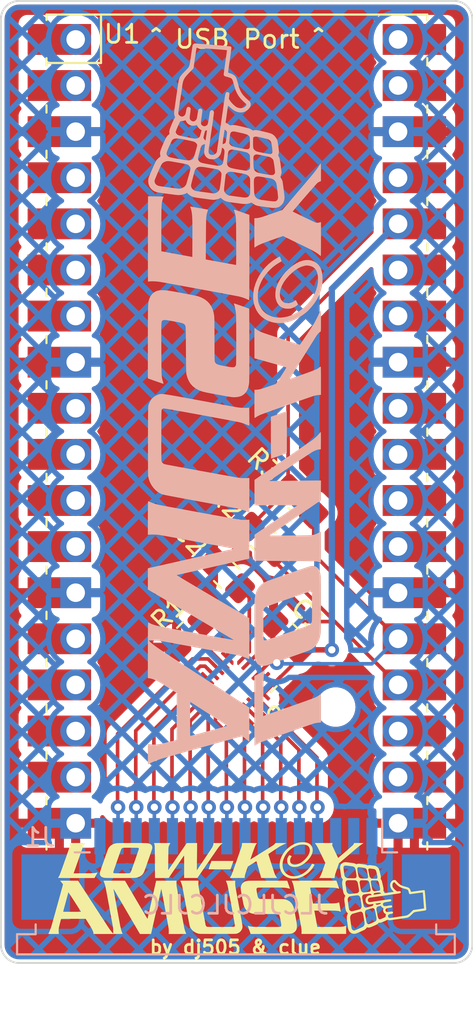
<source format=kicad_pcb>
(kicad_pcb (version 20221018) (generator pcbnew)
  (layers (0 "F.Cu" signal) (31 "B.Cu" signal) (34 "B.Paste" user) (35 "F.Paste" user) (36 "B.SilkS" user "B.Silkscreen") (37 "F.SilkS" user "F.Silkscreen") (38 "B.Mask" user) (39 "F.Mask" user) (44 "Edge.Cuts" user))
  (net 0 "")
  (net 1 "GND")
  (net 2 "+3V3")
  (net 3 "Net-(U2-VREG)")
  (net 6 "PAD11")
  (net 7 "PAD10")
  (net 8 "PAD9")
  (net 9 "PAD8")
  (net 10 "PAD7")
  (net 11 "PAD6")
  (net 12 "PAD5")
  (net 13 "PAD4")
  (net 14 "PAD3")
  (net 15 "PAD2")
  (net 16 "PAD1")
  (net 17 "PAD0")
  (net 18 "Net-(U2-REXT)")
  (net 45 "SDA")
  (net 46 "SCL")
  (footprint "Capacitor_SMD:C_0805_2012Metric_Pad1.18x1.45mm_HandSolder" (layer "F.Cu") (at 122.456377 69.624377 -45)
    (fp_text reference "C2" (at -2.841971 0 135) (layer "F.SilkS"))
    (fp_text value "100nF")
    (pad "1" smd roundrect (at -1.0375 0 315) (size 1.175 1.45) (layers "F.Cu" "F.Paste" "F.Mask") (roundrect_rratio 0.2127659574) (net 1 "GND"))
    (pad "2" smd roundrect (at 1.0375 0 315) (size 1.175 1.45) (layers "F.Cu" "F.Paste" "F.Mask") (roundrect_rratio 0.2127659574) (net 3 "Net-(U2-VREG)"))
  )
  (footprint "Resistor_SMD:R_0805_2012Metric_Pad1.20x1.40mm_HandSolder" (layer "F.Cu") (at 126.545965 65.579635 135)
    (fp_text reference "R3" (at 2.8448 0.0036 135) (layer "F.SilkS"))
    (fp_text value "4.2k")
    (pad "1" smd roundrect (at -1 0 135) (size 1.2 1.4) (layers "F.Cu" "F.Paste" "F.Mask") (roundrect_rratio 0.208333) (net 46 "SCL"))
    (pad "2" smd roundrect (at 1 0 135) (size 1.2 1.4) (layers "F.Cu" "F.Paste" "F.Mask") (roundrect_rratio 0.208333) (net 2 "+3V3"))
  )
  (footprint "Resistor_SMD:R_0805_2012Metric_Pad1.20x1.40mm_HandSolder" (layer "F.Cu") (at 124.46 67.6656 135)
    (fp_text reference "R2" (at 2.8448 0.0036 135) (layer "F.SilkS"))
    (fp_text value "4.2k")
    (pad "1" smd roundrect (at -1 0 135) (size 1.2 1.4) (layers "F.Cu" "F.Paste" "F.Mask") (roundrect_rratio 0.208333) (net 45 "SDA"))
    (pad "2" smd roundrect (at 1 0 135) (size 1.2 1.4) (layers "F.Cu" "F.Paste" "F.Mask") (roundrect_rratio 0.208333) (net 2 "+3V3"))
  )
  (footprint "Resistor_SMD:R_0805_2012Metric_Pad1.20x1.40mm_HandSolder" (layer "F.Cu") (at 120.396 72.898 45)
    (fp_text reference "R1" (at 0 -1.65 45) (layer "F.SilkS"))
    (fp_text value "75k")
    (pad "1" smd roundrect (at -1 0 45) (size 1.2 1.4) (layers "F.Cu" "F.Paste" "F.Mask") (roundrect_rratio 0.2083333333) (net 1 "GND"))
    (pad "2" smd roundrect (at 1 0 45) (size 1.2 1.4) (layers "F.Cu" "F.Paste" "F.Mask") (roundrect_rratio 0.2083333333) (net 18 "Net-(U2-REXT)"))
  )
  (footprint "low-key-amuse:logo_small" (layer "F.Cu") (at 123.0376 86.868)
    (fp_text reference "G***" hide)
    (fp_text value "LOGO" hide)
  )
  (footprint "Capacitor_SMD:C_0805_2012Metric_Pad1.18x1.45mm_HandSolder" (layer "F.Cu") (at 125.766377 73.016377 -45)
    (fp_text reference "C1" (at 0 -1.68 135) (layer "F.SilkS"))
    (fp_text value "100nF")
    (pad "1" smd roundrect (at -1.0375 0 315) (size 1.175 1.45) (layers "F.Cu" "F.Paste" "F.Mask") (roundrect_rratio 0.2127659574) (net 1 "GND"))
    (pad "2" smd roundrect (at 1.0375 0 315) (size 1.175 1.45) (layers "F.Cu" "F.Paste" "F.Mask") (roundrect_rratio 0.2127659574) (net 2 "+3V3"))
  )
  (footprint "MCU_RaspberryPi_and_Boards:RPi_Pico_SMD_TH" (layer "F.Cu") (at 123.0138 64.2526)
    (fp_text reference "U1" (at -6.3262 -24.4254) (layer "F.SilkS"))
    (fp_text value "Pico")
    (pad "1" thru_hole oval (at -8.89 -24.13) (size 1.7 1.7) (drill 1.02) (layers "*.Cu" "*.Mask"))
    (pad "1" smd rect (at -8.89 -24.13) (size 3.5 1.7) (drill (offset -0.9 0)) (layers "F.Cu" "F.Mask"))
    (pad "2" thru_hole oval (at -8.89 -21.59) (size 1.7 1.7) (drill 1.02) (layers "*.Cu" "*.Mask"))
    (pad "2" smd rect (at -8.89 -21.59) (size 3.5 1.7) (drill (offset -0.9 0)) (layers "F.Cu" "F.Mask"))
    (pad "3" thru_hole rect (at -8.89 -19.05) (size 1.7 1.7) (drill 1.02) (layers "*.Cu" "*.Mask") (net 1 "GND"))
    (pad "3" smd rect (at -8.89 -19.05) (size 3.5 1.7) (drill (offset -0.9 0)) (layers "F.Cu" "F.Mask") (net 1 "GND"))
    (pad "4" thru_hole oval (at -8.89 -16.51) (size 1.7 1.7) (drill 1.02) (layers "*.Cu" "*.Mask"))
    (pad "4" smd rect (at -8.89 -16.51) (size 3.5 1.7) (drill (offset -0.9 0)) (layers "F.Cu" "F.Mask"))
    (pad "5" thru_hole oval (at -8.89 -13.97) (size 1.7 1.7) (drill 1.02) (layers "*.Cu" "*.Mask"))
    (pad "5" smd rect (at -8.89 -13.97) (size 3.5 1.7) (drill (offset -0.9 0)) (layers "F.Cu" "F.Mask"))
    (pad "6" thru_hole oval (at -8.89 -11.43) (size 1.7 1.7) (drill 1.02) (layers "*.Cu" "*.Mask"))
    (pad "6" smd rect (at -8.89 -11.43) (size 3.5 1.7) (drill (offset -0.9 0)) (layers "F.Cu" "F.Mask"))
    (pad "7" thru_hole oval (at -8.89 -8.89) (size 1.7 1.7) (drill 1.02) (layers "*.Cu" "*.Mask"))
    (pad "7" smd rect (at -8.89 -8.89) (size 3.5 1.7) (drill (offset -0.9 0)) (layers "F.Cu" "F.Mask"))
    (pad "8" thru_hole rect (at -8.89 -6.35) (size 1.7 1.7) (drill 1.02) (layers "*.Cu" "*.Mask") (net 1 "GND"))
    (pad "8" smd rect (at -8.89 -6.35) (size 3.5 1.7) (drill (offset -0.9 0)) (layers "F.Cu" "F.Mask") (net 1 "GND"))
    (pad "9" thru_hole oval (at -8.89 -3.81) (size 1.7 1.7) (drill 1.02) (layers "*.Cu" "*.Mask"))
    (pad "9" smd rect (at -8.89 -3.81) (size 3.5 1.7) (drill (offset -0.9 0)) (layers "F.Cu" "F.Mask"))
    (pad "10" thru_hole oval (at -8.89 -1.27) (size 1.7 1.7) (drill 1.02) (layers "*.Cu" "*.Mask"))
    (pad "10" smd rect (at -8.89 -1.27) (size 3.5 1.7) (drill (offset -0.9 0)) (layers "F.Cu" "F.Mask"))
    (pad "11" thru_hole oval (at -8.89 1.27) (size 1.7 1.7) (drill 1.02) (layers "*.Cu" "*.Mask"))
    (pad "11" smd rect (at -8.89 1.27) (size 3.5 1.7) (drill (offset -0.9 0)) (layers "F.Cu" "F.Mask"))
    (pad "12" thru_hole oval (at -8.89 3.81) (size 1.7 1.7) (drill 1.02) (layers "*.Cu" "*.Mask"))
    (pad "12" smd rect (at -8.89 3.81) (size 3.5 1.7) (drill (offset -0.9 0)) (layers "F.Cu" "F.Mask"))
    (pad "13" thru_hole rect (at -8.89 6.35) (size 1.7 1.7) (drill 1.02) (layers "*.Cu" "*.Mask") (net 1 "GND"))
    (pad "13" smd rect (at -8.89 6.35) (size 3.5 1.7) (drill (offset -0.9 0)) (layers "F.Cu" "F.Mask") (net 1 "GND"))
    (pad "14" thru_hole oval (at -8.89 8.89) (size 1.7 1.7) (drill 1.02) (layers "*.Cu" "*.Mask"))
    (pad "14" smd rect (at -8.89 8.89) (size 3.5 1.7) (drill (offset -0.9 0)) (layers "F.Cu" "F.Mask"))
    (pad "15" thru_hole oval (at -8.89 11.43) (size 1.7 1.7) (drill 1.02) (layers "*.Cu" "*.Mask"))
    (pad "15" smd rect (at -8.89 11.43) (size 3.5 1.7) (drill (offset -0.9 0)) (layers "F.Cu" "F.Mask"))
    (pad "16" thru_hole oval (at -8.89 13.97) (size 1.7 1.7) (drill 1.02) (layers "*.Cu" "*.Mask"))
    (pad "16" smd rect (at -8.89 13.97) (size 3.5 1.7) (drill (offset -0.9 0)) (layers "F.Cu" "F.Mask"))
    (pad "17" thru_hole oval (at -8.89 16.51) (size 1.7 1.7) (drill 1.02) (layers "*.Cu" "*.Mask"))
    (pad "17" smd rect (at -8.89 16.51) (size 3.5 1.7) (drill (offset -0.9 0)) (layers "F.Cu" "F.Mask"))
    (pad "18" thru_hole rect (at -8.89 19.05) (size 1.7 1.7) (drill 1.02) (layers "*.Cu" "*.Mask") (net 1 "GND"))
    (pad "18" smd rect (at -8.89 19.05) (size 3.5 1.7) (drill (offset -0.9 0)) (layers "F.Cu" "F.Mask") (net 1 "GND"))
    (pad "23" thru_hole rect (at 8.89 19.05) (size 1.7 1.7) (drill 1.02) (layers "*.Cu" "*.Mask") (net 1 "GND"))
    (pad "23" smd rect (at 8.89 19.05) (size 3.5 1.7) (drill (offset 0.9 0)) (layers "F.Cu" "F.Mask") (net 1 "GND"))
    (pad "24" thru_hole oval (at 8.89 16.51) (size 1.7 1.7) (drill 1.02) (layers "*.Cu" "*.Mask"))
    (pad "24" smd rect (at 8.89 16.51) (size 3.5 1.7) (drill (offset 0.9 0)) (layers "F.Cu" "F.Mask"))
    (pad "25" thru_hole oval (at 8.89 13.97) (size 1.7 1.7) (drill 1.02) (layers "*.Cu" "*.Mask"))
    (pad "25" smd rect (at 8.89 13.97) (size 3.5 1.7) (drill (offset 0.9 0)) (layers "F.Cu" "F.Mask"))
    (pad "26" thru_hole oval (at 8.89 11.43) (size 1.7 1.7) (drill 1.02) (layers "*.Cu" "*.Mask") (net 45 "SDA"))
    (pad "26" smd rect (at 8.89 11.43) (size 3.5 1.7) (drill (offset 0.9 0)) (layers "F.Cu" "F.Mask") (net 45 "SDA"))
    (pad "27" thru_hole oval (at 8.89 8.89) (size 1.7 1.7) (drill 1.02) (layers "*.Cu" "*.Mask") (net 46 "SCL"))
    (pad "27" smd rect (at 8.89 8.89) (size 3.5 1.7) (drill (offset 0.9 0)) (layers "F.Cu" "F.Mask") (net 46 "SCL"))
    (pad "28" thru_hole rect (at 8.89 6.35) (size 1.7 1.7) (drill 1.02) (layers "*.Cu" "*.Mask") (net 1 "GND"))
    (pad "28" smd rect (at 8.89 6.35) (size 3.5 1.7) (drill (offset 0.9 0)) (layers "F.Cu" "F.Mask") (net 1 "GND"))
    (pad "29" thru_hole oval (at 8.89 3.81) (size 1.7 1.7) (drill 1.02) (layers "*.Cu" "*.Mask"))
    (pad "29" smd rect (at 8.89 3.81) (size 3.5 1.7) (drill (offset 0.9 0)) (layers "F.Cu" "F.Mask"))
    (pad "30" thru_hole oval (at 8.89 1.27) (size 1.7 1.7) (drill 1.02) (layers "*.Cu" "*.Mask"))
    (pad "30" smd rect (at 8.89 1.27) (size 3.5 1.7) (drill (offset 0.9 0)) (layers "F.Cu" "F.Mask"))
    (pad "31" thru_hole oval (at 8.89 -1.27) (size 1.7 1.7) (drill 1.02) (layers "*.Cu" "*.Mask"))
    (pad "31" smd rect (at 8.89 -1.27) (size 3.5 1.7) (drill (offset 0.9 0)) (layers "F.Cu" "F.Mask"))
    (pad "32" thru_hole oval (at 8.89 -3.81) (size 1.7 1.7) (drill 1.02) (layers "*.Cu" "*.Mask"))
    (pad "32" smd rect (at 8.89 -3.81) (size 3.5 1.7) (drill (offset 0.9 0)) (layers "F.Cu" "F.Mask"))
    (pad "33" thru_hole rect (at 8.89 -6.35) (size 1.7 1.7) (drill 1.02) (layers "*.Cu" "*.Mask") (net 1 "GND"))
    (pad "33" smd rect (at 8.89 -6.35) (size 3.5 1.7) (drill (offset 0.9 0)) (layers "F.Cu" "F.Mask") (net 1 "GND"))
    (pad "34" thru_hole oval (at 8.89 -8.89) (size 1.7 1.7) (drill 1.02) (layers "*.Cu" "*.Mask"))
    (pad "34" smd rect (at 8.89 -8.89) (size 3.5 1.7) (drill (offset 0.9 0)) (layers "F.Cu" "F.Mask"))
    (pad "35" thru_hole oval (at 8.89 -11.43) (size 1.7 1.7) (drill 1.02) (layers "*.Cu" "*.Mask"))
    (pad "35" smd rect (at 8.89 -11.43) (size 3.5 1.7) (drill (offset 0.9 0)) (layers "F.Cu" "F.Mask"))
    (pad "36" thru_hole oval (at 8.89 -13.97) (size 1.7 1.7) (drill 1.02) (layers "*.Cu" "*.Mask") (net 2 "+3V3"))
    (pad "36" smd rect (at 8.89 -13.97) (size 3.5 1.7) (drill (offset 0.9 0)) (layers "F.Cu" "F.Mask") (net 2 "+3V3"))
    (pad "37" thru_hole oval (at 8.89 -16.51) (size 1.7 1.7) (drill 1.02) (layers "*.Cu" "*.Mask"))
    (pad "37" smd rect (at 8.89 -16.51) (size 3.5 1.7) (drill (offset 0.9 0)) (layers "F.Cu" "F.Mask"))
    (pad "38" thru_hole rect (at 8.89 -19.05) (size 1.7 1.7) (drill 1.02) (layers "*.Cu" "*.Mask") (net 1 "GND"))
    (pad "38" smd rect (at 8.89 -19.05) (size 3.5 1.7) (drill (offset 0.9 0)) (layers "F.Cu" "F.Mask") (net 1 "GND"))
    (pad "39" thru_hole oval (at 8.89 -21.59) (size 1.7 1.7) (drill 1.02) (layers "*.Cu" "*.Mask"))
    (pad "39" smd rect (at 8.89 -21.59) (size 3.5 1.7) (drill (offset 0.9 0)) (layers "F.Cu" "F.Mask"))
    (pad "40" thru_hole oval (at 8.89 -24.13) (size 1.7 1.7) (drill 1.02) (layers "*.Cu" "*.Mask"))
    (pad "40" smd rect (at 8.89 -24.13) (size 3.5 1.7) (drill (offset 0.9 0)) (layers "F.Cu" "F.Mask"))
  )
  (footprint "Package_DFN_QFN:UQFN-20_3x3mm_P0.4mm" (layer "F.Cu") (at 122.929953 75.755732 -135)
    (fp_text reference "U2" (at 0 -2.8 45) (layer "F.SilkS"))
    (fp_text value "MPR121QR2")
    (pad "1" smd custom (at -1.3875 -0.8 225) (size 0.115147 0.115147) (layers "F.Cu" "F.Paste" "F.Mask") (options (clearance outline) (anchor circle)) (primitives (gr_poly (pts (xy 0.4225 0.036569) (xy 0.4225 0.06) (xy -0.4225 0.06) (xy -0.4225 -0.06) (xy 0.325931 -0.06)) (width 0.08) (fill yes))))
    (pad "2" smd roundrect (at -1.3875 -0.4 225) (size 0.925 0.2) (layers "F.Cu" "F.Paste" "F.Mask") (net 46 "SCL"))
    (pad "3" smd roundrect (at -1.3875 0 225) (size 0.925 0.2) (layers "F.Cu" "F.Paste" "F.Mask") (net 45 "SDA"))
    (pad "4" smd roundrect (at -1.3875 0.4 225) (size 0.925 0.2) (layers "F.Cu" "F.Paste" "F.Mask") (net 1 "GND"))
    (pad "5" smd custom (at -1.3875 0.8 225) (size 0.115147 0.115147) (layers "F.Cu" "F.Paste" "F.Mask") (net 3 "Net-(U2-VREG)") (options (clearance outline) (anchor circle)) (primitives (gr_poly (pts (xy 0.4225 -0.036569) (xy 0.325931 0.06) (xy -0.4225 0.06) (xy -0.4225 -0.06) (xy 0.4225 -0.06)) (width 0.08) (fill yes))))
    (pad "6" smd custom (at -0.8 1.3875 225) (size 0.115147 0.115147) (layers "F.Cu" "F.Paste" "F.Mask") (net 1 "GND") (options (clearance outline) (anchor circle)) (primitives (gr_poly (pts (xy 0.06 0.4225) (xy -0.06 0.4225) (xy -0.06 -0.325931) (xy 0.036569 -0.4225) (xy 0.06 -0.4225)) (width 0.08) (fill yes))))
    (pad "7" smd roundrect (at -0.4 1.3875 225) (size 0.2 0.925) (layers "F.Cu" "F.Paste" "F.Mask") (net 18 "Net-(U2-REXT)"))
    (pad "8" smd roundrect (at 0 1.3875 225) (size 0.2 0.925) (layers "F.Cu" "F.Paste" "F.Mask") (net 17 "PAD0"))
    (pad "9" smd roundrect (at 0.4 1.3875 225) (size 0.2 0.925) (layers "F.Cu" "F.Paste" "F.Mask") (net 16 "PAD1"))
    (pad "10" smd custom (at 0.8 1.3875 225) (size 0.115147 0.115147) (layers "F.Cu" "F.Paste" "F.Mask") (net 15 "PAD2") (options (clearance outline) (anchor circle)) (primitives (gr_poly (pts (xy 0.06 -0.325931) (xy 0.06 0.4225) (xy -0.06 0.4225) (xy -0.06 -0.4225) (xy -0.036569 -0.4225)) (width 0.08) (fill yes))))
    (pad "11" smd custom (at 1.3875 0.8 225) (size 0.115147 0.115147) (layers "F.Cu" "F.Paste" "F.Mask") (net 14 "PAD3") (options (clearance outline) (anchor circle)) (primitives (gr_poly (pts (xy 0.4225 0.06) (xy -0.325931 0.06) (xy -0.4225 -0.036569) (xy -0.4225 -0.06) (xy 0.4225 -0.06)) (width 0.08) (fill yes))))
    (pad "12" smd roundrect (at 1.3875 0.4 225) (size 0.925 0.2) (layers "F.Cu" "F.Paste" "F.Mask") (net 13 "PAD4"))
    (pad "13" smd roundrect (at 1.3875 0 225) (size 0.925 0.2) (layers "F.Cu" "F.Paste" "F.Mask") (net 12 "PAD5"))
    (pad "14" smd roundrect (at 1.3875 -0.4 225) (size 0.925 0.2) (layers "F.Cu" "F.Paste" "F.Mask") (net 11 "PAD6"))
    (pad "15" smd custom (at 1.3875 -0.8 225) (size 0.115147 0.115147) (layers "F.Cu" "F.Paste" "F.Mask") (net 10 "PAD7") (options (clearance outline) (anchor circle)) (primitives (gr_poly (pts (xy 0.4225 0.06) (xy -0.4225 0.06) (xy -0.4225 0.036569) (xy -0.325931 -0.06) (xy 0.4225 -0.06)) (width 0.08) (fill yes))))
    (pad "16" smd custom (at 0.8 -1.3875 225) (size 0.115147 0.115147) (layers "F.Cu" "F.Paste" "F.Mask") (net 9 "PAD8") (options (clearance outline) (anchor circle)) (primitives (gr_poly (pts (xy 0.06 0.325931) (xy -0.036569 0.4225) (xy -0.06 0.4225) (xy -0.06 -0.4225) (xy 0.06 -0.4225)) (width 0.08) (fill yes))))
    (pad "17" smd roundrect (at 0.4 -1.3875 225) (size 0.2 0.925) (layers "F.Cu" "F.Paste" "F.Mask") (net 8 "PAD9"))
    (pad "18" smd roundrect (at 0 -1.3875 225) (size 0.2 0.925) (layers "F.Cu" "F.Paste" "F.Mask") (net 7 "PAD10"))
    (pad "19" smd roundrect (at -0.4 -1.3875 225) (size 0.2 0.925) (layers "F.Cu" "F.Paste" "F.Mask") (net 6 "PAD11"))
    (pad "20" smd custom (at -0.8 -1.3875 225) (size 0.115147 0.115147) (layers "F.Cu" "F.Paste" "F.Mask") (net 2 "+3V3") (options (clearance outline) (anchor circle)) (primitives (gr_poly (pts (xy 0.06 0.4225) (xy 0.036569 0.4225) (xy -0.06 0.325931) (xy -0.06 -0.4225) (xy 0.06 -0.4225)) (width 0.08) (fill yes))))
  )
  (footprint "Connector_FFC-FPC:TE_1-84952-6_1x16-1MP_P1.0mm_Horizontal" (layer "B.Cu") (at 122.9614 85.8172 180)
    (fp_text reference "J1" (at 10.8204 1.7432) (layer "B.SilkS") (effects (justify mirror)))
    (fp_text value "Conn_01x16")
    (pad "1" smd rect (at -7.5 1.8 180) (size 0.61 2) (layers "B.Cu" "B.Paste" "B.Mask") (net 1 "GND"))
    (pad "2" smd rect (at -6.5 1.8 180) (size 0.61 2) (layers "B.Cu" "B.Paste" "B.Mask"))
    (pad "3" smd rect (at -5.5 1.8 180) (size 0.61 2) (layers "B.Cu" "B.Paste" "B.Mask"))
    (pad "4" smd rect (at -4.5 1.8 180) (size 0.61 2) (layers "B.Cu" "B.Paste" "B.Mask") (net 6 "PAD11"))
    (pad "5" smd rect (at -3.5 1.8 180) (size 0.61 2) (layers "B.Cu" "B.Paste" "B.Mask") (net 7 "PAD10"))
    (pad "6" smd rect (at -2.5 1.8 180) (size 0.61 2) (layers "B.Cu" "B.Paste" "B.Mask") (net 8 "PAD9"))
    (pad "7" smd rect (at -1.5 1.8 180) (size 0.61 2) (layers "B.Cu" "B.Paste" "B.Mask") (net 9 "PAD8"))
    (pad "8" smd rect (at -0.5 1.8 180) (size 0.61 2) (layers "B.Cu" "B.Paste" "B.Mask") (net 10 "PAD7"))
    (pad "9" smd rect (at 0.5 1.8 180) (size 0.61 2) (layers "B.Cu" "B.Paste" "B.Mask") (net 11 "PAD6"))
    (pad "10" smd rect (at 1.5 1.8 180) (size 0.61 2) (layers "B.Cu" "B.Paste" "B.Mask") (net 12 "PAD5"))
    (pad "11" smd rect (at 2.5 1.8 180) (size 0.61 2) (layers "B.Cu" "B.Paste" "B.Mask") (net 13 "PAD4"))
    (pad "12" smd rect (at 3.5 1.8 180) (size 0.61 2) (layers "B.Cu" "B.Paste" "B.Mask") (net 14 "PAD3"))
    (pad "13" smd rect (at 4.5 1.8 180) (size 0.61 2) (layers "B.Cu" "B.Paste" "B.Mask") (net 15 "PAD2"))
    (pad "14" smd rect (at 5.5 1.8 180) (size 0.61 2) (layers "B.Cu" "B.Paste" "B.Mask") (net 16 "PAD1"))
    (pad "15" smd rect (at 6.5 1.8 180) (size 0.61 2) (layers "B.Cu" "B.Paste" "B.Mask") (net 17 "PAD0"))
    (pad "16" smd rect (at 7.5 1.8 180) (size 0.61 2) (layers "B.Cu" "B.Paste" "B.Mask") (net 1 "GND"))
    (pad "MP" smd rect (at -10.49 -1 180) (size 2.68 3.6) (layers "B.Cu" "B.Paste" "B.Mask"))
    (pad "MP" smd rect (at 10.49 -1 180) (size 2.68 3.6) (layers "B.Cu" "B.Paste" "B.Mask"))
  )
  (footprint "low-key-amuse:logo_medium" (layer "B.Cu") (at 122.936 60.198 90)
    (fp_text reference "G***" hide)
    (fp_text value "LOGO" hide)
  )
  (gr_line (start 136 90) (end 136 39) (stroke (width 0.1)) (layer "Edge.Cuts"))
  (gr_arc (start 136 90) (mid 135.707107 90.707107) (end 135 91) (stroke (width 0.1)) (layer "Edge.Cuts"))
  (gr_line (start 110 39) (end 110 90) (stroke (width 0.1)) (layer "Edge.Cuts"))
  (gr_line (start 111 91) (end 135 91) (stroke (width 0.1)) (layer "Edge.Cuts"))
  (gr_arc (start 135 38) (mid 135.707107 38.292893) (end 136 39) (stroke (width 0.1)) (layer "Edge.Cuts"))
  (gr_arc (start 111 91) (mid 110.292893 90.707107) (end 110 90) (stroke (width 0.1)) (layer "Edge.Cuts"))
  (gr_arc (start 110 39) (mid 110.292893 38.292893) (end 111 38) (stroke (width 0.1)) (layer "Edge.Cuts"))
  (gr_line (start 135 38) (end 111 38) (stroke (width 0.1)) (layer "Edge.Cuts"))
  (gr_text "JLCJLCJLCJLC" (at 122.936 88.392) (layer "B.SilkS") (effects (font (size 1 1)) (justify bottom mirror)))
  (gr_text "^ USB Port ^" (at 123.0376 40.6908) (layer "F.SilkS") (effects (font (size 1 1)) (justify bottom)))
  (gr_text "by dj505 & clue" (at 122.936 90.5764) (layer "F.SilkS") (effects (font (size 0.75 0.75)) (justify bottom)))
  (segment (start 121.722754 70.972754) (end 121.722754 68.890754) (width 0.2) (layer "F.Cu") (net 1))
  (segment (start 122.514528 74.208936) (end 122.514528 71.764528) (width 0.2) (layer "F.Cu") (net 1))
  (segment (start 125.032754 73.087246) (end 125.032754 72.282754) (width 0.2) (layer "F.Cu") (net 1))
  (segment (start 122.514528 71.764528) (end 121.722754 70.972754) (width 0.2) (layer "F.Cu") (net 1))
  (segment (start 123.628221 74.491779) (end 125.032754 73.087246) (width 0.2) (layer "F.Cu") (net 1))
  (segment (start 124.476749 76.171157) (end 125.428703 75.219203) (width 0.2) (layer "F.Cu") (net 2))
  (segment (start 125.838858 56.347542) (end 131.9038 50.2826) (width 0.2) (layer "F.Cu") (net 2))
  (segment (start 123.752893 66.958493) (end 125.838858 64.872528) (width 0.2) (layer "F.Cu") (net 2))
  (segment (start 126.5 73.75) (end 128.25 73.75) (width 0.3) (layer "F.Cu") (net 2))
  (segment (start 126.5 74.164878) (end 126.5 73.75) (width 0.2) (layer "F.Cu") (net 2))
  (segment (start 125.838858 64.872528) (end 125.838858 56.347542) (width 0.2) (layer "F.Cu") (net 2))
  (segment (start 125.445675 75.219203) (end 126.5 74.164878) (width 0.2) (layer "F.Cu") (net 2))
  (segment (start 125.428703 75.219203) (end 125.445675 75.219203) (width 0.2) (layer "F.Cu") (net 2))
  (via (at 128.25 73.75) (size 0.8) (drill 0.4) (layers "F.Cu" "B.Cu") (net 2))
  (segment (start 128.25 53.868) (end 131.8354 50.2826) (width 0.35) (layer "B.Cu") (net 2))
  (segment (start 131.8354 50.2826) (end 131.9038 50.2826) (width 0.35) (layer "B.Cu") (net 2))
  (segment (start 128.25 73.75) (end 128.25 53.868) (width 0.35) (layer "B.Cu") (net 2))
  (segment (start 123.698 70.866) (end 123.698 73.856315) (width 0.2) (layer "F.Cu") (net 3))
  (segment (start 123.19 70.358) (end 123.698 70.866) (width 0.2) (layer "F.Cu") (net 3))
  (segment (start 123.698 73.856315) (end 123.345378 74.208936) (width 0.2) (layer "F.Cu") (net 3))
  (segment (start 127.4318 82.423) (end 127.4318 79.691894) (width 0.2) (layer "F.Cu") (net 6))
  (segment (start 127.4318 79.691894) (end 124.193906 76.454) (width 0.2) (layer "F.Cu") (net 6))
  (via (at 127.4582 82.42) (size 0.8) (drill 0.4) (layers "F.Cu" "B.Cu") (net 6))
  (segment (start 127.4582 82.42) (end 127.4582 84.003) (width 0.2) (layer "B.Cu") (net 6))
  (segment (start 126.432297 79.258076) (end 123.911064 76.736843) (width 0.2) (layer "F.Cu") (net 7))
  (segment (start 126.432297 82.423) (end 126.432297 79.258076) (width 0.2) (layer "F.Cu") (net 7))
  (via (at 126.458697 82.42) (size 0.8) (drill 0.4) (layers "F.Cu" "B.Cu") (net 7))
  (segment (start 126.458697 84.002503) (end 126.458697 82.42) (width 0.2) (layer "B.Cu") (net 7))
  (segment (start 125.432794 78.824258) (end 123.628221 77.019685) (width 0.2) (layer "F.Cu") (net 8))
  (segment (start 125.432794 82.423) (end 125.432794 78.824258) (width 0.2) (layer "F.Cu") (net 8))
  (via (at 125.459194 82.42) (size 0.8) (drill 0.4) (layers "F.Cu" "B.Cu") (net 8))
  (segment (start 125.459194 84.002006) (end 125.459194 82.42) (width 0.2) (layer "B.Cu") (net 8))
  (segment (start 124.433291 78.390441) (end 123.345378 77.302528) (width 0.2) (layer "F.Cu") (net 9))
  (segment (start 124.433291 82.423) (end 124.433291 78.390441) (width 0.2) (layer "F.Cu") (net 9))
  (via (at 124.459691 82.42) (size 0.8) (drill 0.4) (layers "F.Cu" "B.Cu") (net 9))
  (segment (start 124.459691 84.001509) (end 124.459691 82.42) (width 0.2) (layer "B.Cu") (net 9))
  (segment (start 123.433788 78.221788) (end 122.514528 77.302528) (width 0.2) (layer "F.Cu") (net 10))
  (segment (start 123.433788 82.423) (end 123.433788 78.221788) (width 0.2) (layer "F.Cu") (net 10))
  (via (at 123.460188 82.42) (size 0.8) (drill 0.4) (layers "F.Cu" "B.Cu") (net 10))
  (segment (start 123.460188 84.001012) (end 123.460188 82.42) (width 0.2) (layer "B.Cu") (net 10))
  (segment (start 121.833349 77.418022) (end 122.231685 77.019685) (width 0.2) (layer "F.Cu") (net 11))
  (segment (start 121.833349 77.699686) (end 121.833349 77.418022) (width 0.2) (layer "F.Cu") (net 11))
  (segment (start 122.434285 78.300623) (end 121.833349 77.699686) (width 0.2) (layer "F.Cu") (net 11))
  (segment (start 122.434285 82.423) (end 122.434285 78.300623) (width 0.2) (layer "F.Cu") (net 11))
  (via (at 122.460685 82.42) (size 0.8) (drill 0.4) (layers "F.Cu" "B.Cu") (net 11))
  (segment (start 122.460685 84.000515) (end 122.460685 82.42) (width 0.2) (layer "B.Cu") (net 11))
  (segment (start 121.433349 77.252336) (end 121.948842 76.736843) (width 0.2) (layer "F.Cu") (net 12))
  (segment (start 121.434783 82.424258) (end 121.433349 82.422824) (width 0.2) (layer "F.Cu") (net 12))
  (segment (start 121.433349 82.422824) (end 121.433349 77.252336) (width 0.2) (layer "F.Cu") (net 12))
  (via (at 121.461183 82.421258) (size 0.8) (drill 0.4) (layers "F.Cu" "B.Cu") (net 12))
  (segment (start 121.461183 84.000017) (end 121.461183 82.421258) (width 0.2) (layer "B.Cu") (net 12))
  (segment (start 120.435281 77.684719) (end 121.666 76.454) (width 0.2) (layer "F.Cu") (net 13))
  (segment (start 120.435281 82.422952) (end 120.435281 77.684719) (width 0.2) (layer "F.Cu") (net 13))
  (via (at 120.461681 82.419952) (size 0.8) (drill 0.4) (layers "F.Cu" "B.Cu") (net 13))
  (segment (start 120.461681 83.999519) (end 120.461681 82.419952) (width 0.2) (layer "B.Cu") (net 13))
  (segment (start 119.435779 82.423001) (end 119.435779 78.118535) (width 0.2) (layer "F.Cu") (net 14))
  (segment (start 119.435779 78.118535) (end 121.383157 76.171157) (width 0.2) (layer "F.Cu") (net 14))
  (via (at 119.462179 82.420001) (size 0.8) (drill 0.4) (layers "F.Cu" "B.Cu") (net 14))
  (segment (start 119.462179 83.999021) (end 119.462179 82.420001) (width 0.2) (layer "B.Cu") (net 14))
  (segment (start 118.436277 82.423) (end 118.436277 78.159723) (width 0.2) (layer "F.Cu") (net 15))
  (segment (start 118.436277 78.159723) (end 121.255693 75.340307) (width 0.2) (layer "F.Cu") (net 15))
  (segment (start 121.255693 75.340307) (end 121.383157 75.340307) (width 0.2) (layer "F.Cu") (net 15))
  (via (at 118.462677 82.42) (size 0.8) (drill 0.4) (layers "F.Cu" "B.Cu") (net 15))
  (segment (start 118.462677 83.998523) (end 118.462677 82.42) (width 0.2) (layer "B.Cu") (net 15))
  (segment (start 117.436774 82.423) (end 117.436774 78.208353) (width 0.2) (layer "F.Cu") (net 16))
  (segment (start 117.436774 78.208353) (end 120.994527 74.6506) (width 0.2) (layer "F.Cu") (net 16))
  (segment (start 121.259136 74.6506) (end 121.666 75.057464) (width 0.2) (layer "F.Cu") (net 16))
  (segment (start 120.994527 74.6506) (end 121.259136 74.6506) (width 0.2) (layer "F.Cu") (net 16))
  (via (at 117.463174 82.42) (size 0.8) (drill 0.4) (layers "F.Cu" "B.Cu") (net 16))
  (segment (start 117.463174 83.998026) (end 117.463174 82.42) (width 0.2) (layer "B.Cu") (net 16))
  (segment (start 121.424821 74.2506) (end 121.948842 74.774621) (width 0.2) (layer "F.Cu") (net 17))
  (segment (start 120.5674 74.2506) (end 121.424821 74.2506) (width 0.2) (layer "F.Cu") (net 17))
  (segment (start 116.4336 82.423) (end 116.4336 78.3844) (width 0.2) (layer "F.Cu") (net 17))
  (segment (start 116.4336 78.3844) (end 120.5674 74.2506) (width 0.2) (layer "F.Cu") (net 17))
  (via (at 116.46 82.42) (size 0.8) (drill 0.4) (layers "F.Cu" "B.Cu") (net 17))
  (segment (start 116.46 84.0012) (end 116.46 82.42) (width 0.2) (layer "B.Cu") (net 17))
  (segment (start 121.103107 72.190893) (end 121.103107 73.363201) (width 0.2) (layer "F.Cu") (net 18))
  (segment (start 121.103107 73.363201) (end 122.231685 74.491779) (width 0.2) (layer "F.Cu") (net 18))
  (segment (start 123.911064 74.774621) (end 126.491685 72.194) (width 0.2) (layer "F.Cu") (net 45))
  (segment (start 125.167107 68.372707) (end 125.167107 68.945907) (width 0.2) (layer "F.Cu") (net 45))
  (segment (start 125.167107 68.945907) (end 128.4152 72.194) (width 0.2) (layer "F.Cu") (net 45))
  (segment (start 128.4152 72.194) (end 131.9038 75.6826) (width 0.2) (layer "F.Cu") (net 45))
  (segment (start 126.491685 72.194) (end 128.4152 72.194) (width 0.2) (layer "F.Cu") (net 45))
  (segment (start 125.212817 74.462817) (end 124.788553 74.462817) (width 0.2) (layer "F.Cu") (net 46))
  (segment (start 127.253072 66.286742) (end 127.253072 68.491872) (width 0.2) (layer "F.Cu") (net 46))
  (segment (start 127.253072 68.491872) (end 131.9038 73.1426) (width 0.2) (layer "F.Cu") (net 46))
  (segment (start 124.788553 74.462817) (end 124.193906 75.057464) (width 0.2) (layer "F.Cu") (net 46))
  (via (at 125.212817 74.462817) (size 0.8) (drill 0.4) (layers "F.Cu" "B.Cu") (net 46))
  (segment (start 125.269203 74.519203) (end 130.458797 74.519203) (width 0.2) (layer "B.Cu") (net 46))
  (segment (start 130.458797 74.519203) (end 131.826 73.152) (width 0.2) (layer "B.Cu") (net 46))
  (segment (start 125.212817 74.462817) (end 125.269203 74.519203) (width 0.2) (layer "B.Cu") (net 46))
  (zone (net 1) (net_name "GND") (layer "F.Cu") (connect_pads (clearance 0.5)) (min_thickness 0.25) (fill yes (thermal_gap 0.5) (thermal_bridge_width 0.5))
    (polygon (pts (xy 110 38) (xy 136 38) (xy 136 91) (xy 110 91)))
  )
  (zone (net 0) (net_name "") (layers "F&B.Cu" "Dwgs.User") (connect_pads (clearance 0)) (min_thickness 0.25)
    (keepout (tracks not_allowed) (vias not_allowed) (pads not_allowed) (copperpour not_allowed) (footprints allowed))
    (fill (thermal_gap 0.5) (thermal_bridge_width 0.5))
    (polygon (pts (xy 129.555573 76.902125) (xy 129.536971 76.70138) (xy 129.481799 76.50747) (xy 129.391936 76.327) (xy 129.270442 76.166116) (xy 129.121453 76.030295) (xy 128.950045 75.924164) (xy 128.762053 75.851335) (xy 128.563881 75.81429) (xy 128.362275 75.81429) (xy 128.164103 75.851335) (xy 127.976111 75.924164) (xy 127.804703 76.030295) (xy 127.655714 76.166116) (xy 127.53422 76.327) (xy 127.444357 76.50747) (xy 127.389185 76.70138) (xy 127.370583 76.902125) (xy 127.389185 77.10287) (xy 127.444357 77.29678) (xy 127.53422 77.47725) (xy 127.655714 77.638134) (xy 127.804703 77.773955) (xy 127.976111 77.880086) (xy 128.164103 77.952915) (xy 128.362275 77.98996) (xy 128.563881 77.98996) (xy 128.762053 77.952915) (xy 128.950045 77.880086) (xy 129.121453 77.773955) (xy 129.270442 77.638134) (xy 129.391936 77.47725) (xy 129.481799 77.29678) (xy 129.536971 77.10287)))
  )
  (zone (net 1) (net_name "GND") (layer "B.Cu") (connect_pads (clearance 0.5)) (min_thickness 0.25) (fill yes (mode hatch) (thermal_gap 0.5) (thermal_bridge_width 0.5) (hatch_thickness 0.3) (hatch_gap 1) (hatch_orientation 45) (hatch_border_algorithm hatch_thickness) (hatch_min_hole_area 0.3))
    (polygon (pts (xy 110 38) (xy 136 38) (xy 136 91) (xy 110 91)))
  )
)
</source>
